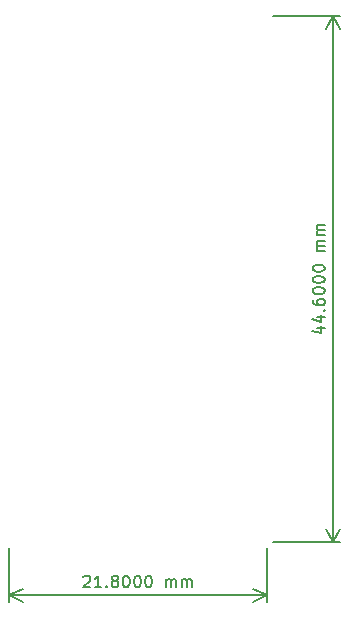
<source format=gbr>
%TF.GenerationSoftware,KiCad,Pcbnew,7.0.2*%
%TF.CreationDate,2023-06-27T14:13:01-07:00*%
%TF.ProjectId,iCEGenius,69434547-656e-4697-9573-2e6b69636164,rev?*%
%TF.SameCoordinates,Original*%
%TF.FileFunction,Other,Comment*%
%FSLAX46Y46*%
G04 Gerber Fmt 4.6, Leading zero omitted, Abs format (unit mm)*
G04 Created by KiCad (PCBNEW 7.0.2) date 2023-06-27 14:13:01*
%MOMM*%
%LPD*%
G01*
G04 APERTURE LIST*
%ADD10C,0.150000*%
G04 APERTURE END LIST*
D10*
X151380953Y-124507857D02*
X151428572Y-124460238D01*
X151428572Y-124460238D02*
X151523810Y-124412619D01*
X151523810Y-124412619D02*
X151761905Y-124412619D01*
X151761905Y-124412619D02*
X151857143Y-124460238D01*
X151857143Y-124460238D02*
X151904762Y-124507857D01*
X151904762Y-124507857D02*
X151952381Y-124603095D01*
X151952381Y-124603095D02*
X151952381Y-124698333D01*
X151952381Y-124698333D02*
X151904762Y-124841190D01*
X151904762Y-124841190D02*
X151333334Y-125412619D01*
X151333334Y-125412619D02*
X151952381Y-125412619D01*
X152904762Y-125412619D02*
X152333334Y-125412619D01*
X152619048Y-125412619D02*
X152619048Y-124412619D01*
X152619048Y-124412619D02*
X152523810Y-124555476D01*
X152523810Y-124555476D02*
X152428572Y-124650714D01*
X152428572Y-124650714D02*
X152333334Y-124698333D01*
X153333334Y-125317380D02*
X153380953Y-125365000D01*
X153380953Y-125365000D02*
X153333334Y-125412619D01*
X153333334Y-125412619D02*
X153285715Y-125365000D01*
X153285715Y-125365000D02*
X153333334Y-125317380D01*
X153333334Y-125317380D02*
X153333334Y-125412619D01*
X153952381Y-124841190D02*
X153857143Y-124793571D01*
X153857143Y-124793571D02*
X153809524Y-124745952D01*
X153809524Y-124745952D02*
X153761905Y-124650714D01*
X153761905Y-124650714D02*
X153761905Y-124603095D01*
X153761905Y-124603095D02*
X153809524Y-124507857D01*
X153809524Y-124507857D02*
X153857143Y-124460238D01*
X153857143Y-124460238D02*
X153952381Y-124412619D01*
X153952381Y-124412619D02*
X154142857Y-124412619D01*
X154142857Y-124412619D02*
X154238095Y-124460238D01*
X154238095Y-124460238D02*
X154285714Y-124507857D01*
X154285714Y-124507857D02*
X154333333Y-124603095D01*
X154333333Y-124603095D02*
X154333333Y-124650714D01*
X154333333Y-124650714D02*
X154285714Y-124745952D01*
X154285714Y-124745952D02*
X154238095Y-124793571D01*
X154238095Y-124793571D02*
X154142857Y-124841190D01*
X154142857Y-124841190D02*
X153952381Y-124841190D01*
X153952381Y-124841190D02*
X153857143Y-124888809D01*
X153857143Y-124888809D02*
X153809524Y-124936428D01*
X153809524Y-124936428D02*
X153761905Y-125031666D01*
X153761905Y-125031666D02*
X153761905Y-125222142D01*
X153761905Y-125222142D02*
X153809524Y-125317380D01*
X153809524Y-125317380D02*
X153857143Y-125365000D01*
X153857143Y-125365000D02*
X153952381Y-125412619D01*
X153952381Y-125412619D02*
X154142857Y-125412619D01*
X154142857Y-125412619D02*
X154238095Y-125365000D01*
X154238095Y-125365000D02*
X154285714Y-125317380D01*
X154285714Y-125317380D02*
X154333333Y-125222142D01*
X154333333Y-125222142D02*
X154333333Y-125031666D01*
X154333333Y-125031666D02*
X154285714Y-124936428D01*
X154285714Y-124936428D02*
X154238095Y-124888809D01*
X154238095Y-124888809D02*
X154142857Y-124841190D01*
X154952381Y-124412619D02*
X155047619Y-124412619D01*
X155047619Y-124412619D02*
X155142857Y-124460238D01*
X155142857Y-124460238D02*
X155190476Y-124507857D01*
X155190476Y-124507857D02*
X155238095Y-124603095D01*
X155238095Y-124603095D02*
X155285714Y-124793571D01*
X155285714Y-124793571D02*
X155285714Y-125031666D01*
X155285714Y-125031666D02*
X155238095Y-125222142D01*
X155238095Y-125222142D02*
X155190476Y-125317380D01*
X155190476Y-125317380D02*
X155142857Y-125365000D01*
X155142857Y-125365000D02*
X155047619Y-125412619D01*
X155047619Y-125412619D02*
X154952381Y-125412619D01*
X154952381Y-125412619D02*
X154857143Y-125365000D01*
X154857143Y-125365000D02*
X154809524Y-125317380D01*
X154809524Y-125317380D02*
X154761905Y-125222142D01*
X154761905Y-125222142D02*
X154714286Y-125031666D01*
X154714286Y-125031666D02*
X154714286Y-124793571D01*
X154714286Y-124793571D02*
X154761905Y-124603095D01*
X154761905Y-124603095D02*
X154809524Y-124507857D01*
X154809524Y-124507857D02*
X154857143Y-124460238D01*
X154857143Y-124460238D02*
X154952381Y-124412619D01*
X155904762Y-124412619D02*
X156000000Y-124412619D01*
X156000000Y-124412619D02*
X156095238Y-124460238D01*
X156095238Y-124460238D02*
X156142857Y-124507857D01*
X156142857Y-124507857D02*
X156190476Y-124603095D01*
X156190476Y-124603095D02*
X156238095Y-124793571D01*
X156238095Y-124793571D02*
X156238095Y-125031666D01*
X156238095Y-125031666D02*
X156190476Y-125222142D01*
X156190476Y-125222142D02*
X156142857Y-125317380D01*
X156142857Y-125317380D02*
X156095238Y-125365000D01*
X156095238Y-125365000D02*
X156000000Y-125412619D01*
X156000000Y-125412619D02*
X155904762Y-125412619D01*
X155904762Y-125412619D02*
X155809524Y-125365000D01*
X155809524Y-125365000D02*
X155761905Y-125317380D01*
X155761905Y-125317380D02*
X155714286Y-125222142D01*
X155714286Y-125222142D02*
X155666667Y-125031666D01*
X155666667Y-125031666D02*
X155666667Y-124793571D01*
X155666667Y-124793571D02*
X155714286Y-124603095D01*
X155714286Y-124603095D02*
X155761905Y-124507857D01*
X155761905Y-124507857D02*
X155809524Y-124460238D01*
X155809524Y-124460238D02*
X155904762Y-124412619D01*
X156857143Y-124412619D02*
X156952381Y-124412619D01*
X156952381Y-124412619D02*
X157047619Y-124460238D01*
X157047619Y-124460238D02*
X157095238Y-124507857D01*
X157095238Y-124507857D02*
X157142857Y-124603095D01*
X157142857Y-124603095D02*
X157190476Y-124793571D01*
X157190476Y-124793571D02*
X157190476Y-125031666D01*
X157190476Y-125031666D02*
X157142857Y-125222142D01*
X157142857Y-125222142D02*
X157095238Y-125317380D01*
X157095238Y-125317380D02*
X157047619Y-125365000D01*
X157047619Y-125365000D02*
X156952381Y-125412619D01*
X156952381Y-125412619D02*
X156857143Y-125412619D01*
X156857143Y-125412619D02*
X156761905Y-125365000D01*
X156761905Y-125365000D02*
X156714286Y-125317380D01*
X156714286Y-125317380D02*
X156666667Y-125222142D01*
X156666667Y-125222142D02*
X156619048Y-125031666D01*
X156619048Y-125031666D02*
X156619048Y-124793571D01*
X156619048Y-124793571D02*
X156666667Y-124603095D01*
X156666667Y-124603095D02*
X156714286Y-124507857D01*
X156714286Y-124507857D02*
X156761905Y-124460238D01*
X156761905Y-124460238D02*
X156857143Y-124412619D01*
X158380953Y-125412619D02*
X158380953Y-124745952D01*
X158380953Y-124841190D02*
X158428572Y-124793571D01*
X158428572Y-124793571D02*
X158523810Y-124745952D01*
X158523810Y-124745952D02*
X158666667Y-124745952D01*
X158666667Y-124745952D02*
X158761905Y-124793571D01*
X158761905Y-124793571D02*
X158809524Y-124888809D01*
X158809524Y-124888809D02*
X158809524Y-125412619D01*
X158809524Y-124888809D02*
X158857143Y-124793571D01*
X158857143Y-124793571D02*
X158952381Y-124745952D01*
X158952381Y-124745952D02*
X159095238Y-124745952D01*
X159095238Y-124745952D02*
X159190477Y-124793571D01*
X159190477Y-124793571D02*
X159238096Y-124888809D01*
X159238096Y-124888809D02*
X159238096Y-125412619D01*
X159714286Y-125412619D02*
X159714286Y-124745952D01*
X159714286Y-124841190D02*
X159761905Y-124793571D01*
X159761905Y-124793571D02*
X159857143Y-124745952D01*
X159857143Y-124745952D02*
X160000000Y-124745952D01*
X160000000Y-124745952D02*
X160095238Y-124793571D01*
X160095238Y-124793571D02*
X160142857Y-124888809D01*
X160142857Y-124888809D02*
X160142857Y-125412619D01*
X160142857Y-124888809D02*
X160190476Y-124793571D01*
X160190476Y-124793571D02*
X160285714Y-124745952D01*
X160285714Y-124745952D02*
X160428571Y-124745952D01*
X160428571Y-124745952D02*
X160523810Y-124793571D01*
X160523810Y-124793571D02*
X160571429Y-124888809D01*
X160571429Y-124888809D02*
X160571429Y-125412619D01*
X166900000Y-122100000D02*
X166900000Y-126686420D01*
X145100000Y-122100000D02*
X145100000Y-126686420D01*
X166900000Y-126100000D02*
X145100000Y-126100000D01*
X166900000Y-126100000D02*
X145100000Y-126100000D01*
X166900000Y-126100000D02*
X165773496Y-126686421D01*
X166900000Y-126100000D02*
X165773496Y-125513579D01*
X145100000Y-126100000D02*
X146226504Y-125513579D01*
X145100000Y-126100000D02*
X146226504Y-126686421D01*
X171145952Y-103442856D02*
X171812619Y-103442856D01*
X170765000Y-103680951D02*
X171479285Y-103919046D01*
X171479285Y-103919046D02*
X171479285Y-103299999D01*
X171145952Y-102490475D02*
X171812619Y-102490475D01*
X170765000Y-102728570D02*
X171479285Y-102966665D01*
X171479285Y-102966665D02*
X171479285Y-102347618D01*
X171717380Y-101966665D02*
X171765000Y-101919046D01*
X171765000Y-101919046D02*
X171812619Y-101966665D01*
X171812619Y-101966665D02*
X171765000Y-102014284D01*
X171765000Y-102014284D02*
X171717380Y-101966665D01*
X171717380Y-101966665D02*
X171812619Y-101966665D01*
X170812619Y-101061904D02*
X170812619Y-101252380D01*
X170812619Y-101252380D02*
X170860238Y-101347618D01*
X170860238Y-101347618D02*
X170907857Y-101395237D01*
X170907857Y-101395237D02*
X171050714Y-101490475D01*
X171050714Y-101490475D02*
X171241190Y-101538094D01*
X171241190Y-101538094D02*
X171622142Y-101538094D01*
X171622142Y-101538094D02*
X171717380Y-101490475D01*
X171717380Y-101490475D02*
X171765000Y-101442856D01*
X171765000Y-101442856D02*
X171812619Y-101347618D01*
X171812619Y-101347618D02*
X171812619Y-101157142D01*
X171812619Y-101157142D02*
X171765000Y-101061904D01*
X171765000Y-101061904D02*
X171717380Y-101014285D01*
X171717380Y-101014285D02*
X171622142Y-100966666D01*
X171622142Y-100966666D02*
X171384047Y-100966666D01*
X171384047Y-100966666D02*
X171288809Y-101014285D01*
X171288809Y-101014285D02*
X171241190Y-101061904D01*
X171241190Y-101061904D02*
X171193571Y-101157142D01*
X171193571Y-101157142D02*
X171193571Y-101347618D01*
X171193571Y-101347618D02*
X171241190Y-101442856D01*
X171241190Y-101442856D02*
X171288809Y-101490475D01*
X171288809Y-101490475D02*
X171384047Y-101538094D01*
X170812619Y-100347618D02*
X170812619Y-100252380D01*
X170812619Y-100252380D02*
X170860238Y-100157142D01*
X170860238Y-100157142D02*
X170907857Y-100109523D01*
X170907857Y-100109523D02*
X171003095Y-100061904D01*
X171003095Y-100061904D02*
X171193571Y-100014285D01*
X171193571Y-100014285D02*
X171431666Y-100014285D01*
X171431666Y-100014285D02*
X171622142Y-100061904D01*
X171622142Y-100061904D02*
X171717380Y-100109523D01*
X171717380Y-100109523D02*
X171765000Y-100157142D01*
X171765000Y-100157142D02*
X171812619Y-100252380D01*
X171812619Y-100252380D02*
X171812619Y-100347618D01*
X171812619Y-100347618D02*
X171765000Y-100442856D01*
X171765000Y-100442856D02*
X171717380Y-100490475D01*
X171717380Y-100490475D02*
X171622142Y-100538094D01*
X171622142Y-100538094D02*
X171431666Y-100585713D01*
X171431666Y-100585713D02*
X171193571Y-100585713D01*
X171193571Y-100585713D02*
X171003095Y-100538094D01*
X171003095Y-100538094D02*
X170907857Y-100490475D01*
X170907857Y-100490475D02*
X170860238Y-100442856D01*
X170860238Y-100442856D02*
X170812619Y-100347618D01*
X170812619Y-99395237D02*
X170812619Y-99299999D01*
X170812619Y-99299999D02*
X170860238Y-99204761D01*
X170860238Y-99204761D02*
X170907857Y-99157142D01*
X170907857Y-99157142D02*
X171003095Y-99109523D01*
X171003095Y-99109523D02*
X171193571Y-99061904D01*
X171193571Y-99061904D02*
X171431666Y-99061904D01*
X171431666Y-99061904D02*
X171622142Y-99109523D01*
X171622142Y-99109523D02*
X171717380Y-99157142D01*
X171717380Y-99157142D02*
X171765000Y-99204761D01*
X171765000Y-99204761D02*
X171812619Y-99299999D01*
X171812619Y-99299999D02*
X171812619Y-99395237D01*
X171812619Y-99395237D02*
X171765000Y-99490475D01*
X171765000Y-99490475D02*
X171717380Y-99538094D01*
X171717380Y-99538094D02*
X171622142Y-99585713D01*
X171622142Y-99585713D02*
X171431666Y-99633332D01*
X171431666Y-99633332D02*
X171193571Y-99633332D01*
X171193571Y-99633332D02*
X171003095Y-99585713D01*
X171003095Y-99585713D02*
X170907857Y-99538094D01*
X170907857Y-99538094D02*
X170860238Y-99490475D01*
X170860238Y-99490475D02*
X170812619Y-99395237D01*
X170812619Y-98442856D02*
X170812619Y-98347618D01*
X170812619Y-98347618D02*
X170860238Y-98252380D01*
X170860238Y-98252380D02*
X170907857Y-98204761D01*
X170907857Y-98204761D02*
X171003095Y-98157142D01*
X171003095Y-98157142D02*
X171193571Y-98109523D01*
X171193571Y-98109523D02*
X171431666Y-98109523D01*
X171431666Y-98109523D02*
X171622142Y-98157142D01*
X171622142Y-98157142D02*
X171717380Y-98204761D01*
X171717380Y-98204761D02*
X171765000Y-98252380D01*
X171765000Y-98252380D02*
X171812619Y-98347618D01*
X171812619Y-98347618D02*
X171812619Y-98442856D01*
X171812619Y-98442856D02*
X171765000Y-98538094D01*
X171765000Y-98538094D02*
X171717380Y-98585713D01*
X171717380Y-98585713D02*
X171622142Y-98633332D01*
X171622142Y-98633332D02*
X171431666Y-98680951D01*
X171431666Y-98680951D02*
X171193571Y-98680951D01*
X171193571Y-98680951D02*
X171003095Y-98633332D01*
X171003095Y-98633332D02*
X170907857Y-98585713D01*
X170907857Y-98585713D02*
X170860238Y-98538094D01*
X170860238Y-98538094D02*
X170812619Y-98442856D01*
X171812619Y-96919046D02*
X171145952Y-96919046D01*
X171241190Y-96919046D02*
X171193571Y-96871427D01*
X171193571Y-96871427D02*
X171145952Y-96776189D01*
X171145952Y-96776189D02*
X171145952Y-96633332D01*
X171145952Y-96633332D02*
X171193571Y-96538094D01*
X171193571Y-96538094D02*
X171288809Y-96490475D01*
X171288809Y-96490475D02*
X171812619Y-96490475D01*
X171288809Y-96490475D02*
X171193571Y-96442856D01*
X171193571Y-96442856D02*
X171145952Y-96347618D01*
X171145952Y-96347618D02*
X171145952Y-96204761D01*
X171145952Y-96204761D02*
X171193571Y-96109522D01*
X171193571Y-96109522D02*
X171288809Y-96061903D01*
X171288809Y-96061903D02*
X171812619Y-96061903D01*
X171812619Y-95585713D02*
X171145952Y-95585713D01*
X171241190Y-95585713D02*
X171193571Y-95538094D01*
X171193571Y-95538094D02*
X171145952Y-95442856D01*
X171145952Y-95442856D02*
X171145952Y-95299999D01*
X171145952Y-95299999D02*
X171193571Y-95204761D01*
X171193571Y-95204761D02*
X171288809Y-95157142D01*
X171288809Y-95157142D02*
X171812619Y-95157142D01*
X171288809Y-95157142D02*
X171193571Y-95109523D01*
X171193571Y-95109523D02*
X171145952Y-95014285D01*
X171145952Y-95014285D02*
X171145952Y-94871428D01*
X171145952Y-94871428D02*
X171193571Y-94776189D01*
X171193571Y-94776189D02*
X171288809Y-94728570D01*
X171288809Y-94728570D02*
X171812619Y-94728570D01*
X167400000Y-121600000D02*
X173086420Y-121600000D01*
X167400000Y-77000000D02*
X173086420Y-77000000D01*
X172500000Y-121600000D02*
X172500000Y-77000000D01*
X172500000Y-121600000D02*
X172500000Y-77000000D01*
X172500000Y-121600000D02*
X171913579Y-120473496D01*
X172500000Y-121600000D02*
X173086421Y-120473496D01*
X172500000Y-77000000D02*
X173086421Y-78126504D01*
X172500000Y-77000000D02*
X171913579Y-78126504D01*
M02*

</source>
